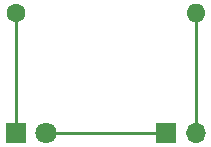
<source format=gbr>
%TF.GenerationSoftware,KiCad,Pcbnew,(6.0.9)*%
%TF.CreationDate,2022-12-17T18:28:14-05:00*%
%TF.ProjectId,test,74657374-2e6b-4696-9361-645f70636258,rev?*%
%TF.SameCoordinates,Original*%
%TF.FileFunction,Copper,L1,Top*%
%TF.FilePolarity,Positive*%
%FSLAX46Y46*%
G04 Gerber Fmt 4.6, Leading zero omitted, Abs format (unit mm)*
G04 Created by KiCad (PCBNEW (6.0.9)) date 2022-12-17 18:28:14*
%MOMM*%
%LPD*%
G01*
G04 APERTURE LIST*
%TA.AperFunction,ComponentPad*%
%ADD10C,1.600000*%
%TD*%
%TA.AperFunction,ComponentPad*%
%ADD11O,1.600000X1.600000*%
%TD*%
%TA.AperFunction,ComponentPad*%
%ADD12R,1.800000X1.800000*%
%TD*%
%TA.AperFunction,ComponentPad*%
%ADD13C,1.800000*%
%TD*%
%TA.AperFunction,ComponentPad*%
%ADD14R,1.700000X1.700000*%
%TD*%
%TA.AperFunction,ComponentPad*%
%ADD15O,1.700000X1.700000*%
%TD*%
%TA.AperFunction,Conductor*%
%ADD16C,0.250000*%
%TD*%
G04 APERTURE END LIST*
D10*
%TO.P,R1,1*%
%TO.N,Net-(D1-Pad1)*%
X119380000Y-86360000D03*
D11*
%TO.P,R1,2*%
%TO.N,Net-(BT1-Pad2)*%
X134620000Y-86360000D03*
%TD*%
D12*
%TO.P,D1,1,K*%
%TO.N,Net-(D1-Pad1)*%
X119380000Y-96520000D03*
D13*
%TO.P,D1,2,A*%
%TO.N,Net-(BT1-Pad1)*%
X121920000Y-96520000D03*
%TD*%
D14*
%TO.P,BT1,1,+*%
%TO.N,Net-(BT1-Pad1)*%
X132080000Y-96520000D03*
D15*
%TO.P,BT1,2,-*%
%TO.N,Net-(BT1-Pad2)*%
X134620000Y-96520000D03*
%TD*%
D16*
%TO.N,Net-(BT1-Pad1)*%
X121920000Y-96520000D02*
X132080000Y-96520000D01*
%TO.N,Net-(D1-Pad1)*%
X119380000Y-86360000D02*
X119380000Y-96520000D01*
%TO.N,Net-(BT1-Pad2)*%
X134620000Y-96520000D02*
X134620000Y-86360000D01*
%TD*%
M02*

</source>
